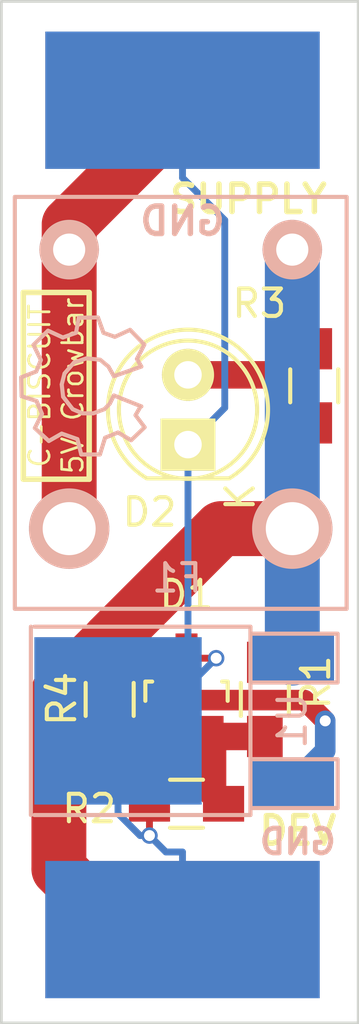
<source format=kicad_pcb>
(kicad_pcb (version 20171130) (host pcbnew "(5.1.12)-1")

  (general
    (thickness 1.6)
    (drawings 13)
    (tracks 59)
    (zones 0)
    (modules 13)
    (nets 7)
  )

  (page A4)
  (layers
    (0 F.Cu signal)
    (31 B.Cu signal)
    (32 B.Adhes user)
    (33 F.Adhes user)
    (34 B.Paste user)
    (35 F.Paste user)
    (36 B.SilkS user)
    (37 F.SilkS user)
    (38 B.Mask user)
    (39 F.Mask user)
    (40 Dwgs.User user)
    (41 Cmts.User user)
    (42 Eco1.User user)
    (43 Eco2.User user)
    (44 Edge.Cuts user)
    (45 Margin user)
    (46 B.CrtYd user)
    (47 F.CrtYd user)
    (48 B.Fab user hide)
    (49 F.Fab user hide)
  )

  (setup
    (last_trace_width 0.25)
    (user_trace_width 0.5)
    (user_trace_width 0.75)
    (user_trace_width 1)
    (user_trace_width 1.5)
    (user_trace_width 2)
    (trace_clearance 0.2)
    (zone_clearance 0.508)
    (zone_45_only no)
    (trace_min 0.2)
    (via_size 0.6)
    (via_drill 0.4)
    (via_min_size 0.4)
    (via_min_drill 0.3)
    (uvia_size 0.3)
    (uvia_drill 0.1)
    (uvias_allowed no)
    (uvia_min_size 0.2)
    (uvia_min_drill 0.1)
    (edge_width 0.1)
    (segment_width 0.2)
    (pcb_text_width 0.3)
    (pcb_text_size 1.5 1.5)
    (mod_edge_width 0.15)
    (mod_text_size 1 1)
    (mod_text_width 0.15)
    (pad_size 1.5 1.5)
    (pad_drill 0.6)
    (pad_to_mask_clearance 0)
    (aux_axis_origin 0 0)
    (visible_elements 7FFFFFFF)
    (pcbplotparams
      (layerselection 0x010f0_ffffffff)
      (usegerberextensions true)
      (usegerberattributes true)
      (usegerberadvancedattributes true)
      (creategerberjobfile true)
      (excludeedgelayer false)
      (linewidth 0.100000)
      (plotframeref false)
      (viasonmask false)
      (mode 1)
      (useauxorigin false)
      (hpglpennumber 1)
      (hpglpenspeed 20)
      (hpglpendiameter 15.000000)
      (psnegative false)
      (psa4output false)
      (plotreference true)
      (plotvalue true)
      (plotinvisibletext false)
      (padsonsilk false)
      (subtractmaskfromsilk false)
      (outputformat 1)
      (mirror false)
      (drillshape 0)
      (scaleselection 1)
      (outputdirectory "mfg/gerber/"))
  )

  (net 0 "")
  (net 1 GND)
  (net 2 "Net-(D1-Pad2)")
  (net 3 "Net-(D2-Pad2)")
  (net 4 /DEVICE)
  (net 5 "Net-(D1-Pad1)")
  (net 6 /SUPPLY)

  (net_class Default "This is the default net class."
    (clearance 0.2)
    (trace_width 0.25)
    (via_dia 0.6)
    (via_drill 0.4)
    (uvia_dia 0.3)
    (uvia_drill 0.1)
    (add_net /DEVICE)
    (add_net /SUPPLY)
    (add_net GND)
    (add_net "Net-(D1-Pad1)")
    (add_net "Net-(D1-Pad2)")
    (add_net "Net-(D2-Pad2)")
  )

  (module LEDs:LED-5MM (layer F.Cu) (tedit 5570F7EA) (tstamp 56D0A5BF)
    (at 109.4 65.34 90)
    (descr "LED 5mm round vertical")
    (tags "LED 5mm round vertical")
    (path /56D0AA9E)
    (fp_text reference D2 (at -2.46 -1.4 180) (layer F.SilkS)
      (effects (font (size 1 1) (thickness 0.15)))
    )
    (fp_text value RED (at 1.524 -3.937 90) (layer F.Fab)
      (effects (font (size 1 1) (thickness 0.15)))
    )
    (fp_circle (center 1.27 0) (end 0.97 -2.5) (layer F.SilkS) (width 0.15))
    (fp_line (start -1.23 1.5) (end -1.23 -1.5) (layer F.SilkS) (width 0.15))
    (fp_line (start -1.5 -1.55) (end -1.5 1.55) (layer F.CrtYd) (width 0.05))
    (fp_text user K (at -1.905 1.905 90) (layer F.SilkS)
      (effects (font (size 1 1) (thickness 0.15)))
    )
    (fp_arc (start 1.3 0) (end -1.5 1.55) (angle -302) (layer F.CrtYd) (width 0.05))
    (fp_arc (start 1.27 0) (end -1.23 -1.5) (angle 297.5) (layer F.SilkS) (width 0.15))
    (pad 1 thru_hole rect (at 0 0 180) (size 2 1.9) (drill 1.00076) (layers *.Cu *.Mask F.SilkS)
      (net 1 GND))
    (pad 2 thru_hole circle (at 2.54 0 90) (size 1.9 1.9) (drill 1.00076) (layers *.Cu *.Mask F.SilkS)
      (net 3 "Net-(D2-Pad2)"))
    (model LEDs.3dshapes/LED-5MM.wrl
      (offset (xyz 1.269999980926514 0 0))
      (scale (xyz 1 1 1))
      (rotate (xyz 0 0 90))
    )
  )

  (module TO_SOT_Packages_SMD:SOT-23_Handsoldering (layer F.Cu) (tedit 54E9291B) (tstamp 56D0A5CA)
    (at 109.346 74.6188)
    (descr "SOT-23, Handsoldering")
    (tags SOT-23)
    (path /56A298BF)
    (attr smd)
    (fp_text reference D1 (at 0 -3.81) (layer F.SilkS)
      (effects (font (size 1 1) (thickness 0.15)))
    )
    (fp_text value LM431 (at 0 3.81) (layer F.Fab)
      (effects (font (size 1 1) (thickness 0.15)))
    )
    (fp_line (start 1.49982 -0.65024) (end 1.49982 0.0508) (layer F.SilkS) (width 0.15))
    (fp_line (start 1.29916 -0.65024) (end 1.49982 -0.65024) (layer F.SilkS) (width 0.15))
    (fp_line (start -1.49982 -0.65024) (end -1.2509 -0.65024) (layer F.SilkS) (width 0.15))
    (fp_line (start -1.49982 0.0508) (end -1.49982 -0.65024) (layer F.SilkS) (width 0.15))
    (pad 1 smd rect (at -0.95 1.50114) (size 0.8001 1.80086) (layers F.Cu F.Paste F.Mask)
      (net 5 "Net-(D1-Pad1)"))
    (pad 2 smd rect (at 0.95 1.50114) (size 0.8001 1.80086) (layers F.Cu F.Paste F.Mask)
      (net 2 "Net-(D1-Pad2)"))
    (pad 3 smd rect (at 0 -1.50114) (size 0.8001 1.80086) (layers F.Cu F.Paste F.Mask)
      (net 1 GND))
    (model TO_SOT_Packages_SMD.3dshapes/SOT-23_Handsoldering.wrl
      (at (xyz 0 0 0))
      (scale (xyz 1 1 1))
      (rotate (xyz 0 0 0))
    )
  )

  (module Resistors_SMD:R_0805_HandSoldering (layer F.Cu) (tedit 54189DEE) (tstamp 56D0A60A)
    (at 112.2 74.6188 270)
    (descr "Resistor SMD 0805, hand soldering")
    (tags "resistor 0805")
    (path /56A82261)
    (attr smd)
    (fp_text reference R1 (at -0.618807 -1.854109 270) (layer F.SilkS)
      (effects (font (size 1 1) (thickness 0.15)))
    )
    (fp_text value 3.48K (at 0 2.1 270) (layer F.Fab)
      (effects (font (size 1 1) (thickness 0.15)))
    )
    (fp_line (start -0.6 -0.875) (end 0.6 -0.875) (layer F.SilkS) (width 0.15))
    (fp_line (start 0.6 0.875) (end -0.6 0.875) (layer F.SilkS) (width 0.15))
    (fp_line (start 2.4 -1) (end 2.4 1) (layer F.CrtYd) (width 0.05))
    (fp_line (start -2.4 -1) (end -2.4 1) (layer F.CrtYd) (width 0.05))
    (fp_line (start -2.4 1) (end 2.4 1) (layer F.CrtYd) (width 0.05))
    (fp_line (start -2.4 -1) (end 2.4 -1) (layer F.CrtYd) (width 0.05))
    (pad 1 smd rect (at -1.35 0 270) (size 1.5 1.3) (layers F.Cu F.Paste F.Mask)
      (net 4 /DEVICE))
    (pad 2 smd rect (at 1.35 0 270) (size 1.5 1.3) (layers F.Cu F.Paste F.Mask)
      (net 2 "Net-(D1-Pad2)"))
    (model Resistors_SMD.3dshapes/R_0805_HandSoldering.wrl
      (at (xyz 0 0 0))
      (scale (xyz 1 1 1))
      (rotate (xyz 0 0 0))
    )
  )

  (module Resistors_SMD:R_0805_HandSoldering (layer F.Cu) (tedit 54189DEE) (tstamp 56D0A616)
    (at 109.346 78.4188)
    (descr "Resistor SMD 0805, hand soldering")
    (tags "resistor 0805")
    (path /56A29954)
    (attr smd)
    (fp_text reference R2 (at -3.545891 0.181193) (layer F.SilkS)
      (effects (font (size 1 1) (thickness 0.15)))
    )
    (fp_text value 2.49K (at 0 2.1) (layer F.Fab)
      (effects (font (size 1 1) (thickness 0.15)))
    )
    (fp_line (start -0.6 -0.875) (end 0.6 -0.875) (layer F.SilkS) (width 0.15))
    (fp_line (start 0.6 0.875) (end -0.6 0.875) (layer F.SilkS) (width 0.15))
    (fp_line (start 2.4 -1) (end 2.4 1) (layer F.CrtYd) (width 0.05))
    (fp_line (start -2.4 -1) (end -2.4 1) (layer F.CrtYd) (width 0.05))
    (fp_line (start -2.4 1) (end 2.4 1) (layer F.CrtYd) (width 0.05))
    (fp_line (start -2.4 -1) (end 2.4 -1) (layer F.CrtYd) (width 0.05))
    (pad 1 smd rect (at -1.35 0) (size 1.5 1.3) (layers F.Cu F.Paste F.Mask)
      (net 1 GND))
    (pad 2 smd rect (at 1.35 0) (size 1.5 1.3) (layers F.Cu F.Paste F.Mask)
      (net 2 "Net-(D1-Pad2)"))
    (model Resistors_SMD.3dshapes/R_0805_HandSoldering.wrl
      (at (xyz 0 0 0))
      (scale (xyz 1 1 1))
      (rotate (xyz 0 0 0))
    )
  )

  (module Resistors_SMD:R_0805_HandSoldering (layer F.Cu) (tedit 54189DEE) (tstamp 56D0A622)
    (at 106.546 74.6188 270)
    (descr "Resistor SMD 0805, hand soldering")
    (tags "resistor 0805")
    (path /56A299A0)
    (attr smd)
    (fp_text reference R4 (at -0.018807 1.745891 270) (layer F.SilkS)
      (effects (font (size 1 1) (thickness 0.15)))
    )
    (fp_text value 220 (at 0 2.1 270) (layer F.Fab)
      (effects (font (size 1 1) (thickness 0.15)))
    )
    (fp_line (start -0.6 -0.875) (end 0.6 -0.875) (layer F.SilkS) (width 0.15))
    (fp_line (start 0.6 0.875) (end -0.6 0.875) (layer F.SilkS) (width 0.15))
    (fp_line (start 2.4 -1) (end 2.4 1) (layer F.CrtYd) (width 0.05))
    (fp_line (start -2.4 -1) (end -2.4 1) (layer F.CrtYd) (width 0.05))
    (fp_line (start -2.4 1) (end 2.4 1) (layer F.CrtYd) (width 0.05))
    (fp_line (start -2.4 -1) (end 2.4 -1) (layer F.CrtYd) (width 0.05))
    (pad 1 smd rect (at -1.35 0 270) (size 1.5 1.3) (layers F.Cu F.Paste F.Mask)
      (net 4 /DEVICE))
    (pad 2 smd rect (at 1.35 0 270) (size 1.5 1.3) (layers F.Cu F.Paste F.Mask)
      (net 5 "Net-(D1-Pad1)"))
    (model Resistors_SMD.3dshapes/R_0805_HandSoldering.wrl
      (at (xyz 0 0 0))
      (scale (xyz 1 1 1))
      (rotate (xyz 0 0 0))
    )
  )

  (module Resistors_SMD:R_0805_HandSoldering (layer F.Cu) (tedit 54189DEE) (tstamp 56D0A5FE)
    (at 114 63.2 90)
    (descr "Resistor SMD 0805, hand soldering")
    (tags "resistor 0805")
    (path /56D0A97E)
    (attr smd)
    (fp_text reference R3 (at 3 -2) (layer F.SilkS)
      (effects (font (size 1 1) (thickness 0.15)))
    )
    (fp_text value 200 (at 0 2.1 90) (layer F.Fab)
      (effects (font (size 1 1) (thickness 0.15)))
    )
    (fp_line (start -0.6 -0.875) (end 0.6 -0.875) (layer F.SilkS) (width 0.15))
    (fp_line (start 0.6 0.875) (end -0.6 0.875) (layer F.SilkS) (width 0.15))
    (fp_line (start 2.4 -1) (end 2.4 1) (layer F.CrtYd) (width 0.05))
    (fp_line (start -2.4 -1) (end -2.4 1) (layer F.CrtYd) (width 0.05))
    (fp_line (start -2.4 1) (end 2.4 1) (layer F.CrtYd) (width 0.05))
    (fp_line (start -2.4 -1) (end 2.4 -1) (layer F.CrtYd) (width 0.05))
    (pad 1 smd rect (at -1.35 0 90) (size 1.5 1.3) (layers F.Cu F.Paste F.Mask)
      (net 4 /DEVICE))
    (pad 2 smd rect (at 1.35 0 90) (size 1.5 1.3) (layers F.Cu F.Paste F.Mask)
      (net 3 "Net-(D2-Pad2)"))
    (model Resistors_SMD.3dshapes/R_0805_HandSoldering.wrl
      (at (xyz 0 0 0))
      (scale (xyz 1 1 1))
      (rotate (xyz 0 0 0))
    )
  )

  (module TO_SOT_Packages_SMD:TO-252-2Lead (layer B.Cu) (tedit 0) (tstamp 56D0A634)
    (at 113.2 75.4 270)
    (descr "DPAK / TO-252 2-lead smd package")
    (tags "dpak TO-252")
    (path /56CE4571)
    (attr smd)
    (fp_text reference U1 (at 0 0 270) (layer B.SilkS)
      (effects (font (size 1 1) (thickness 0.15)) (justify mirror))
    )
    (fp_text value BT137S (at 0 2.413 270) (layer B.Fab)
      (effects (font (size 1 1) (thickness 0.15)) (justify mirror))
    )
    (fp_line (start 3.429 9.398) (end 3.429 7.62) (layer B.SilkS) (width 0.15))
    (fp_line (start -3.429 9.525) (end 3.429 9.525) (layer B.SilkS) (width 0.15))
    (fp_line (start -3.429 1.524) (end -3.429 9.398) (layer B.SilkS) (width 0.15))
    (fp_line (start 3.429 1.524) (end -3.429 1.524) (layer B.SilkS) (width 0.15))
    (fp_line (start 3.429 7.62) (end 3.429 1.524) (layer B.SilkS) (width 0.15))
    (fp_line (start -1.397 -1.651) (end -1.397 1.524) (layer B.SilkS) (width 0.15))
    (fp_line (start -3.175 -1.651) (end -1.397 -1.651) (layer B.SilkS) (width 0.15))
    (fp_line (start -3.175 1.524) (end -3.175 -1.651) (layer B.SilkS) (width 0.15))
    (fp_line (start 3.175 -1.651) (end 3.175 1.524) (layer B.SilkS) (width 0.15))
    (fp_line (start 1.397 -1.651) (end 3.175 -1.651) (layer B.SilkS) (width 0.15))
    (fp_line (start 1.397 1.524) (end 1.397 -1.651) (layer B.SilkS) (width 0.15))
    (pad 1 smd rect (at -2.286 0 270) (size 1.651 3.048) (layers B.Cu B.Paste B.Mask)
      (net 4 /DEVICE))
    (pad 2 smd rect (at 0 6.35 270) (size 6.096 6.096) (layers B.Cu B.Paste B.Mask)
      (net 1 GND))
    (pad 3 smd rect (at 2.286 0 270) (size 1.651 3.048) (layers B.Cu B.Paste B.Mask)
      (net 5 "Net-(D1-Pad1)"))
    (model TO_SOT_Packages_SMD.3dshapes/TO-252-2Lead.wrl
      (at (xyz 0 0 0))
      (scale (xyz 1 1 1))
      (rotate (xyz 0 0 0))
    )
  )

  (module Wire_Pads:SolderWirePad_single_SMD_5x10mm (layer F.Cu) (tedit 56D0B448) (tstamp 56D0AB4B)
    (at 109.2 52.8 90)
    (descr "Wire Pad, Square, SMD Pad,  5mm x 10mm,")
    (tags "MesurementPoint Square SMDPad 5mmx10mm ")
    (path /56CE6E49)
    (attr smd)
    (fp_text reference P1 (at 0 -3.81 90) (layer F.SilkS) hide
      (effects (font (size 1 1) (thickness 0.15)))
    )
    (fp_text value CONN_01X01 (at 0 6.35 90) (layer F.Fab)
      (effects (font (size 1 1) (thickness 0.15)))
    )
    (fp_line (start -2.75 -5.25) (end -2.75 5.25) (layer F.CrtYd) (width 0.05))
    (fp_line (start -2.75 5.25) (end 2.75 5.25) (layer F.CrtYd) (width 0.05))
    (fp_line (start 2.75 5.25) (end 2.75 -5.25) (layer F.CrtYd) (width 0.05))
    (fp_line (start 2.75 -5.25) (end -2.75 -5.25) (layer F.CrtYd) (width 0.05))
    (pad 1 smd rect (at 0 0 90) (size 5 10) (layers F.Cu F.Paste F.Mask)
      (net 6 /SUPPLY))
  )

  (module Wire_Pads:SolderWirePad_single_SMD_5x10mm (layer F.Cu) (tedit 56D0B44D) (tstamp 56D0AB64)
    (at 109.2 83 90)
    (descr "Wire Pad, Square, SMD Pad,  5mm x 10mm,")
    (tags "MesurementPoint Square SMDPad 5mmx10mm ")
    (path /56CE6FF3)
    (attr smd)
    (fp_text reference P2 (at 0 -3.81 90) (layer F.SilkS) hide
      (effects (font (size 1 1) (thickness 0.15)))
    )
    (fp_text value CONN_01X01 (at 0 6.35 90) (layer F.Fab)
      (effects (font (size 1 1) (thickness 0.15)))
    )
    (fp_line (start -2.75 -5.25) (end -2.75 5.25) (layer F.CrtYd) (width 0.05))
    (fp_line (start -2.75 5.25) (end 2.75 5.25) (layer F.CrtYd) (width 0.05))
    (fp_line (start 2.75 5.25) (end 2.75 -5.25) (layer F.CrtYd) (width 0.05))
    (fp_line (start 2.75 -5.25) (end -2.75 -5.25) (layer F.CrtYd) (width 0.05))
    (pad 1 smd rect (at 0 0 90) (size 5 10) (layers F.Cu F.Paste F.Mask)
      (net 4 /DEVICE))
  )

  (module Wire_Pads:SolderWirePad_single_SMD_5x10mm (layer B.Cu) (tedit 56D0B46D) (tstamp 56D0AB7D)
    (at 109.2 83 90)
    (descr "Wire Pad, Square, SMD Pad,  5mm x 10mm,")
    (tags "MesurementPoint Square SMDPad 5mmx10mm ")
    (path /56CE7540)
    (attr smd)
    (fp_text reference P3 (at 0 3.81 90) (layer B.SilkS) hide
      (effects (font (size 1 1) (thickness 0.15)) (justify mirror))
    )
    (fp_text value CONN_01X01 (at 0 -6.35 90) (layer B.Fab)
      (effects (font (size 1 1) (thickness 0.15)) (justify mirror))
    )
    (fp_line (start -2.75 5.25) (end -2.75 -5.25) (layer B.CrtYd) (width 0.05))
    (fp_line (start -2.75 -5.25) (end 2.75 -5.25) (layer B.CrtYd) (width 0.05))
    (fp_line (start 2.75 -5.25) (end 2.75 5.25) (layer B.CrtYd) (width 0.05))
    (fp_line (start 2.75 5.25) (end -2.75 5.25) (layer B.CrtYd) (width 0.05))
    (pad 1 smd rect (at 0 0 90) (size 5 10) (layers B.Cu B.Paste B.Mask)
      (net 1 GND))
  )

  (module Wire_Pads:SolderWirePad_single_SMD_5x10mm (layer B.Cu) (tedit 56D0B464) (tstamp 56D0AB96)
    (at 109.2 52.8 90)
    (descr "Wire Pad, Square, SMD Pad,  5mm x 10mm,")
    (tags "MesurementPoint Square SMDPad 5mmx10mm ")
    (path /56CE782A)
    (attr smd)
    (fp_text reference P4 (at 0 3.81 90) (layer B.SilkS) hide
      (effects (font (size 1 1) (thickness 0.15)) (justify mirror))
    )
    (fp_text value CONN_01X01 (at 0 -6.35 90) (layer B.Fab)
      (effects (font (size 1 1) (thickness 0.15)) (justify mirror))
    )
    (fp_line (start -2.75 5.25) (end -2.75 -5.25) (layer B.CrtYd) (width 0.05))
    (fp_line (start -2.75 -5.25) (end 2.75 -5.25) (layer B.CrtYd) (width 0.05))
    (fp_line (start 2.75 -5.25) (end 2.75 5.25) (layer B.CrtYd) (width 0.05))
    (fp_line (start 2.75 5.25) (end -2.75 5.25) (layer B.CrtYd) (width 0.05))
    (pad 1 smd rect (at 0 0 90) (size 5 10) (layers B.Cu B.Paste B.Mask)
      (net 1 GND))
  )

  (module C-BISCUIT:3549-BLADE-CLIP (layer B.Cu) (tedit 56D0AEBB) (tstamp 56D0A5DA)
    (at 109.135 63.32)
    (descr http://www.keyelco.com/product-pdf.cfm?p=303)
    (tags fuse)
    (path /56A29A9A)
    (fp_text reference F1 (at -0.135 6.88 180) (layer B.SilkS)
      (effects (font (size 1 1) (thickness 0.15)) (justify mirror))
    )
    (fp_text value 3A (at 0 0.5) (layer B.Fab)
      (effects (font (size 1 1) (thickness 0.15)) (justify mirror))
    )
    (fp_line (start -6.045 8) (end 6.045 8) (layer B.SilkS) (width 0.15))
    (fp_line (start -6.045 8) (end -6.045 -7) (layer B.SilkS) (width 0.15))
    (fp_line (start 6.045 8) (end 6.045 -7) (layer B.SilkS) (width 0.15))
    (fp_line (start 6.045 -7) (end -6.045 -7) (layer B.SilkS) (width 0.15))
    (pad 1 thru_hole circle (at -4.065 5.08) (size 2.93 2.93) (drill 1.93) (layers *.Cu *.Mask B.SilkS)
      (net 6 /SUPPLY))
    (pad 2 thru_hole circle (at 4.065 -5.08) (size 2.17 2.17) (drill 1.17) (layers *.Cu *.Mask B.SilkS)
      (net 4 /DEVICE))
    (pad 2 thru_hole circle (at 4.065 5.08) (size 2.93 2.93) (drill 1.93) (layers *.Cu *.Mask B.SilkS)
      (net 4 /DEVICE))
    (pad 1 thru_hole circle (at -4.065 -5.08) (size 2.17 2.17) (drill 1.17) (layers *.Cu *.Mask B.SilkS)
      (net 6 /SUPPLY))
  )

  (module C-BISCUIT:Symbol_OSHW-Logo_SilkScreen_NoLetters (layer B.Cu) (tedit 56D0C9E3) (tstamp 56D0CC5F)
    (at 105.8 63.2 270)
    (descr "Symbol, OSHW-Logo, Silk Screen,")
    (tags "Symbol, OSHW-Logo, Silk Screen,")
    (fp_text reference REF** (at 0.09906 4.38912 270) (layer B.SilkS) hide
      (effects (font (size 1 1) (thickness 0.15)) (justify mirror))
    )
    (fp_text value Symbol_OSHW-Logo_SilkScreen (at 0.30988 -6.56082 270) (layer B.Fab)
      (effects (font (size 1 1) (thickness 0.15)) (justify mirror))
    )
    (fp_line (start 0.35052 -0.89916) (end 0.7493 -1.89992) (layer B.SilkS) (width 0.15))
    (fp_line (start -0.35052 -0.89916) (end -0.70104 -1.89992) (layer B.SilkS) (width 0.15))
    (fp_line (start -0.70104 -0.70104) (end -0.35052 -0.89916) (layer B.SilkS) (width 0.15))
    (fp_line (start -0.94996 -0.39878) (end -0.70104 -0.70104) (layer B.SilkS) (width 0.15))
    (fp_line (start -1.00076 0.09906) (end -0.94996 -0.39878) (layer B.SilkS) (width 0.15))
    (fp_line (start -0.8509 0.55118) (end -1.00076 0.09906) (layer B.SilkS) (width 0.15))
    (fp_line (start -0.44958 0.89916) (end -0.8509 0.55118) (layer B.SilkS) (width 0.15))
    (fp_line (start -0.0508 1.00076) (end -0.44958 0.89916) (layer B.SilkS) (width 0.15))
    (fp_line (start 0.39878 0.94996) (end -0.0508 1.00076) (layer B.SilkS) (width 0.15))
    (fp_line (start 0.8509 0.59944) (end 0.39878 0.94996) (layer B.SilkS) (width 0.15))
    (fp_line (start 1.00076 0.24892) (end 0.8509 0.59944) (layer B.SilkS) (width 0.15))
    (fp_line (start 1.00076 -0.14986) (end 1.00076 0.24892) (layer B.SilkS) (width 0.15))
    (fp_line (start 0.8509 -0.55118) (end 1.00076 -0.14986) (layer B.SilkS) (width 0.15))
    (fp_line (start 0.65024 -0.7493) (end 0.8509 -0.55118) (layer B.SilkS) (width 0.15))
    (fp_line (start 0.35052 -0.89916) (end 0.65024 -0.7493) (layer B.SilkS) (width 0.15))
    (fp_line (start -1.9304 -0.5207) (end -1.7907 -0.91948) (layer B.SilkS) (width 0.15))
    (fp_line (start -2.4892 -0.32004) (end -1.9304 -0.5207) (layer B.SilkS) (width 0.15))
    (fp_line (start -2.47904 0.381) (end -2.4892 -0.32004) (layer B.SilkS) (width 0.15))
    (fp_line (start -1.9304 0.48006) (end -2.47904 0.381) (layer B.SilkS) (width 0.15))
    (fp_line (start -1.76022 0.96012) (end -1.9304 0.48006) (layer B.SilkS) (width 0.15))
    (fp_line (start -2.00914 1.50114) (end -1.76022 0.96012) (layer B.SilkS) (width 0.15))
    (fp_line (start -1.49098 2.02946) (end -2.00914 1.50114) (layer B.SilkS) (width 0.15))
    (fp_line (start -0.9398 1.76022) (end -1.49098 2.02946) (layer B.SilkS) (width 0.15))
    (fp_line (start -0.5207 1.9304) (end -0.9398 1.76022) (layer B.SilkS) (width 0.15))
    (fp_line (start -0.30988 2.47904) (end -0.5207 1.9304) (layer B.SilkS) (width 0.15))
    (fp_line (start 0.381 2.46126) (end -0.30988 2.47904) (layer B.SilkS) (width 0.15))
    (fp_line (start 0.55118 1.92024) (end 0.381 2.46126) (layer B.SilkS) (width 0.15))
    (fp_line (start 1.02108 1.71958) (end 0.55118 1.92024) (layer B.SilkS) (width 0.15))
    (fp_line (start 1.53924 1.9812) (end 1.02108 1.71958) (layer B.SilkS) (width 0.15))
    (fp_line (start 2.00914 1.47066) (end 1.53924 1.9812) (layer B.SilkS) (width 0.15))
    (fp_line (start 1.7399 1.00076) (end 2.00914 1.47066) (layer B.SilkS) (width 0.15))
    (fp_line (start 1.94056 0.42926) (end 1.7399 1.00076) (layer B.SilkS) (width 0.15))
    (fp_line (start 2.49936 0.28956) (end 1.94056 0.42926) (layer B.SilkS) (width 0.15))
    (fp_line (start 2.49936 -0.39116) (end 2.49936 0.28956) (layer B.SilkS) (width 0.15))
    (fp_line (start 1.88976 -0.57912) (end 2.49936 -0.39116) (layer B.SilkS) (width 0.15))
    (fp_line (start 1.69926 -1.04902) (end 1.88976 -0.57912) (layer B.SilkS) (width 0.15))
    (fp_line (start 1.9812 -1.52908) (end 1.69926 -1.04902) (layer B.SilkS) (width 0.15))
    (fp_line (start 1.50876 -2.0193) (end 1.9812 -1.52908) (layer B.SilkS) (width 0.15))
    (fp_line (start 1.06934 -1.6891) (end 1.50876 -2.0193) (layer B.SilkS) (width 0.15))
    (fp_line (start 0.73914 -1.8796) (end 1.06934 -1.6891) (layer B.SilkS) (width 0.15))
    (fp_line (start -0.98044 -1.7399) (end -0.70104 -1.89992) (layer B.SilkS) (width 0.15))
    (fp_line (start -1.50114 -2.00914) (end -0.98044 -1.7399) (layer B.SilkS) (width 0.15))
    (fp_line (start -2.03962 -1.49098) (end -1.50114 -2.00914) (layer B.SilkS) (width 0.15))
    (fp_line (start -1.78054 -0.92964) (end -2.03962 -1.49098) (layer B.SilkS) (width 0.15))
  )

  (gr_text GND (at 113.4 79.8) (layer B.SilkS) (tstamp 56D0B7FF)
    (effects (font (size 0.9 0.9) (thickness 0.18)) (justify mirror))
  )
  (gr_text GND (at 109.2 57.2) (layer B.SilkS) (tstamp 56D0B7F8)
    (effects (font (size 1 1) (thickness 0.2)) (justify mirror))
  )
  (gr_text "C-BISCUIT\n5V Crowbar" (at 104.6 63.2 90) (layer F.SilkS)
    (effects (font (size 0.75 0.75) (thickness 0.1)))
  )
  (gr_text DEV (at 113.4 79.4) (layer F.SilkS) (tstamp 56D0B7BE)
    (effects (font (size 1 1) (thickness 0.2)))
  )
  (gr_text SUPPLY (at 111.6 56.4) (layer F.SilkS)
    (effects (font (size 1 1) (thickness 0.2)))
  )
  (gr_line (start 105.8 59.8) (end 103.4 59.8) (layer F.SilkS) (width 0.2))
  (gr_line (start 105.8 66.6) (end 105.8 59.8) (layer F.SilkS) (width 0.2))
  (gr_line (start 103.4 66.6) (end 105.8 66.6) (layer F.SilkS) (width 0.2))
  (gr_line (start 103.4 59.8) (end 103.4 66.6) (layer F.SilkS) (width 0.2))
  (gr_line (start 102.6 86.4) (end 102.6 49.2) (layer Edge.Cuts) (width 0.1))
  (gr_line (start 115.6 86.4) (end 102.6 86.4) (layer Edge.Cuts) (width 0.1))
  (gr_line (start 115.6 49.2) (end 115.6 86.4) (layer Edge.Cuts) (width 0.1))
  (gr_line (start 102.6 49.2) (end 115.6 49.2) (layer Edge.Cuts) (width 0.1))

  (segment (start 109.346 73.1177) (end 110.4265 73.1177) (width 0.25) (layer F.Cu) (net 1))
  (segment (start 109.4 74.4392) (end 109.4 74.1442) (width 0.25) (layer B.Cu) (net 1))
  (segment (start 109.4 74.1442) (end 110.4265 73.1177) (width 0.25) (layer B.Cu) (net 1))
  (segment (start 109.4 74.4392) (end 109.4 65.34) (width 0.25) (layer B.Cu) (net 1))
  (segment (start 106.85 77.0865) (end 109.4 74.5365) (width 0.25) (layer B.Cu) (net 1))
  (segment (start 109.4 74.5365) (end 109.4 74.4392) (width 0.25) (layer B.Cu) (net 1))
  (segment (start 107.996 79.5769) (end 107.6538 79.5769) (width 0.25) (layer B.Cu) (net 1))
  (segment (start 107.6538 79.5769) (end 106.85 78.7731) (width 0.25) (layer B.Cu) (net 1))
  (segment (start 109.2 80.1749) (end 108.594 80.1749) (width 0.25) (layer B.Cu) (net 1))
  (segment (start 108.594 80.1749) (end 107.996 79.5769) (width 0.25) (layer B.Cu) (net 1))
  (segment (start 107.996 79.3939) (end 107.996 79.5769) (width 0.25) (layer F.Cu) (net 1))
  (segment (start 107.996 78.4188) (end 107.996 79.3939) (width 0.25) (layer F.Cu) (net 1))
  (segment (start 106.85 77.0865) (end 106.85 78.7731) (width 0.25) (layer B.Cu) (net 1))
  (segment (start 106.85 75.4) (end 106.85 77.0865) (width 0.25) (layer B.Cu) (net 1))
  (segment (start 109.2 83) (end 109.2 80.1749) (width 0.25) (layer B.Cu) (net 1))
  (segment (start 109.2 52.8) (end 109.2 55.6251) (width 0.25) (layer B.Cu) (net 1))
  (segment (start 109.2 55.6251) (end 110.7405 57.1656) (width 0.25) (layer B.Cu) (net 1))
  (segment (start 110.7405 57.1656) (end 110.7405 63.9995) (width 0.25) (layer B.Cu) (net 1))
  (segment (start 110.7405 63.9995) (end 109.4 65.34) (width 0.25) (layer B.Cu) (net 1))
  (via (at 110.4265 73.1177) (size 0.6) (layers F.Cu B.Cu) (net 1))
  (via (at 107.996 79.5769) (size 0.6) (layers F.Cu B.Cu) (net 1))
  (segment (start 111.946 75.9688) (end 112.2 75.9688) (width 0.25) (layer F.Cu) (net 2))
  (segment (start 111.946 75.9688) (end 110.447 75.9688) (width 1) (layer F.Cu) (net 2))
  (segment (start 110.447 75.9688) (end 110.296 76.1199) (width 1) (layer F.Cu) (net 2))
  (segment (start 110.296 76.1199) (end 110.296 78.0188) (width 1) (layer F.Cu) (net 2))
  (segment (start 110.296 78.0188) (end 110.696 78.4188) (width 1) (layer F.Cu) (net 2))
  (segment (start 109.4 62.8) (end 113.05 62.8) (width 1) (layer F.Cu) (net 3))
  (segment (start 113.05 62.8) (end 114 61.85) (width 1) (layer F.Cu) (net 3))
  (segment (start 106.546 72.4667) (end 106.546 72.4572) (width 2) (layer F.Cu) (net 4))
  (segment (start 106.546 72.4572) (end 110.603 68.4) (width 2) (layer F.Cu) (net 4))
  (segment (start 110.603 68.4) (end 113.2 68.4) (width 2) (layer F.Cu) (net 4))
  (segment (start 109.2 83) (end 106.9 83) (width 2) (layer F.Cu) (net 4))
  (segment (start 106.9 83) (end 104.696 80.7959) (width 2) (layer F.Cu) (net 4))
  (segment (start 104.696 80.7959) (end 104.696 74.3167) (width 2) (layer F.Cu) (net 4))
  (segment (start 104.696 74.3167) (end 106.546 72.4667) (width 2) (layer F.Cu) (net 4))
  (segment (start 106.546 73.2688) (end 106.546 72.4667) (width 0.25) (layer F.Cu) (net 4))
  (segment (start 112.211 73.2494) (end 112.2 73.2604) (width 0.25) (layer F.Cu) (net 4))
  (segment (start 112.2 73.2604) (end 112.2 73.2688) (width 0.25) (layer F.Cu) (net 4))
  (segment (start 113.2 68.4) (end 113.2 72.2604) (width 1) (layer F.Cu) (net 4))
  (segment (start 113.2 72.2604) (end 112.211 73.2494) (width 1) (layer F.Cu) (net 4))
  (segment (start 109.4 83) (end 109.2 83) (width 2) (layer F.Cu) (net 4))
  (segment (start 113.2 68.4) (end 113.2 58.24) (width 2) (layer B.Cu) (net 4))
  (segment (start 113.2 68.4) (end 113.2 65.35) (width 1) (layer F.Cu) (net 4))
  (segment (start 113.2 65.35) (end 114 64.55) (width 1) (layer F.Cu) (net 4))
  (segment (start 113.2 73.114) (end 113.2 68.4) (width 2) (layer B.Cu) (net 4))
  (segment (start 114.4 75.4) (end 114.4 76.486) (width 0.75) (layer B.Cu) (net 5))
  (segment (start 114.4 76.486) (end 113.2 77.686) (width 0.75) (layer B.Cu) (net 5))
  (segment (start 108.396 76.1199) (end 106.697 76.1199) (width 1) (layer F.Cu) (net 5))
  (segment (start 106.697 76.1199) (end 106.546 75.9688) (width 1) (layer F.Cu) (net 5))
  (segment (start 108.396 76.1199) (end 108.396 75.6845) (width 0.75) (layer F.Cu) (net 5))
  (segment (start 108.396 75.6845) (end 109.437 74.6438) (width 0.75) (layer F.Cu) (net 5))
  (segment (start 109.437 74.6438) (end 113.644 74.6438) (width 0.75) (layer F.Cu) (net 5))
  (segment (start 113.644 74.6438) (end 114.4 75.4) (width 0.75) (layer F.Cu) (net 5))
  (via (at 114.4 75.4) (size 0.6) (layers F.Cu B.Cu) (net 5))
  (segment (start 109.2 53.2) (end 109.2 52.8) (width 0.25) (layer F.Cu) (net 6))
  (segment (start 109.2 53.2) (end 109.4 53) (width 2) (layer F.Cu) (net 6))
  (segment (start 105.07 58.24) (end 105.07 57.33) (width 2) (layer F.Cu) (net 6))
  (segment (start 105.07 57.33) (end 109.2 53.2) (width 2) (layer F.Cu) (net 6))
  (segment (start 105.07 68.4) (end 105.07 58.24) (width 2) (layer F.Cu) (net 6))

)

</source>
